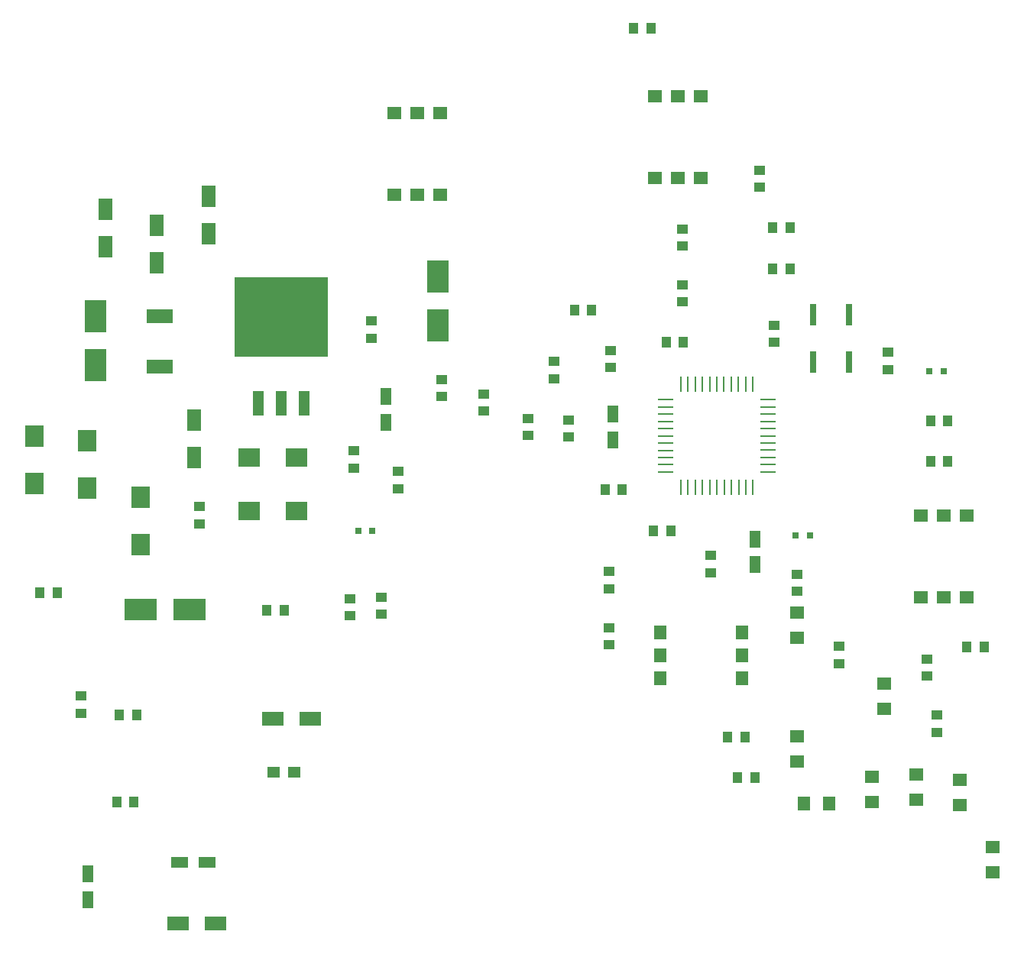
<source format=gbr>
G04 DipTrace 2.4.0.2*
%INTopPaste.gbr*%
%MOMM*%
%ADD72R,0.1X1.45*%
%ADD80R,10.4X8.8*%
%ADD82R,1.25X2.8*%
%ADD86R,0.2X1.7*%
%ADD88R,1.7X0.2*%
%ADD90R,0.8X2.45*%
%ADD92R,1.4X1.6*%
%ADD94R,1.6X1.4*%
%ADD96R,3.0X1.6*%
%ADD98R,1.324X1.222*%
%ADD100R,1.32X1.58*%
%ADD102R,1.58X1.32*%
%ADD108R,1.1X1.3*%
%ADD110R,1.3X1.1*%
%ADD118R,0.7X0.7*%
%ADD120R,1.65X2.35*%
%ADD122R,2.35X1.65*%
%ADD124R,1.95X1.15*%
%ADD126R,3.55X2.35*%
%ADD128R,2.35X3.55*%
%ADD133R,1.15X1.95*%
%ADD135R,2.15X2.45*%
%ADD137R,2.45X2.15*%
%FSLAX53Y53*%
G04*
G71*
G90*
G75*
G01*
%LNTopPaste*%
%LPD*%
D137*
X44272Y62629D3*
X39033D3*
X44272Y68529D3*
X39033D3*
D135*
X26991Y64110D3*
Y58872D3*
X21091Y70410D3*
Y65172D3*
D133*
X95091Y59499D3*
Y56642D3*
D135*
X15191Y65648D3*
Y70887D3*
D133*
X54175Y72404D3*
Y75262D3*
D128*
X59891Y83200D3*
Y88598D3*
D133*
X79291Y70459D3*
Y73317D3*
X21152Y19535D3*
Y22392D3*
D126*
X32410Y51650D3*
X27013D3*
D124*
X34329Y23663D3*
X31313D3*
D128*
X22011Y78810D3*
Y84207D3*
D122*
X41633Y39540D3*
X45783D3*
D120*
X23091Y91904D3*
Y96054D3*
X34491Y93304D3*
Y97454D3*
X28791Y94254D3*
Y90104D3*
X32891Y68504D3*
Y72654D3*
D122*
X35282Y16836D3*
X31132D3*
D118*
X101170Y59862D3*
X99583D3*
X115935Y78120D3*
X114348D3*
X51094Y60409D3*
X52681D3*
D110*
X69891Y70979D3*
Y72879D3*
D108*
X17741Y53529D3*
X15841D3*
D110*
X50191Y50979D3*
Y52879D3*
D102*
X113395Y53035D3*
X115935D3*
X118475D3*
Y62083D3*
X115935D3*
X113395D3*
D100*
X84587Y49110D3*
Y46570D3*
Y44030D3*
X93636D3*
Y46570D3*
Y49110D3*
D102*
X84009Y99525D3*
X86549D3*
X89089D3*
Y108574D3*
X86549D3*
X84009D3*
X55128Y97648D3*
X57668D3*
X60208D3*
Y106697D3*
X57668D3*
X55128D3*
D110*
X109791Y78279D3*
Y80179D3*
D108*
X87141Y81329D3*
X85241D3*
D98*
X44014Y33665D3*
X41728D3*
D108*
X85741Y60429D3*
X83841D3*
D110*
X53699Y53035D3*
Y51135D3*
X78891Y55879D3*
Y53979D3*
X72791Y79179D3*
Y77279D3*
X52588Y81771D3*
Y83671D3*
X60391Y77179D3*
Y75279D3*
D108*
X114541Y68129D3*
X116441D3*
X92041Y37529D3*
X93941D3*
X78441Y64929D3*
X80341D3*
X116441Y72629D3*
X114541D3*
D110*
X50591Y69279D3*
Y67379D3*
X79091Y80379D3*
Y78479D3*
X95591Y98479D3*
Y100379D3*
D108*
X83541Y116129D3*
X81641D3*
D110*
X86991Y85779D3*
Y87679D3*
D108*
X98941Y94029D3*
X97041D3*
X98941Y89429D3*
X97041D3*
D110*
X55491Y66979D3*
Y65079D3*
X64991Y75579D3*
Y73679D3*
D108*
X76941Y84829D3*
X75041D3*
X24327Y30331D3*
X26227D3*
X40998Y51606D3*
X42898D3*
X24645Y40016D3*
X26545D3*
D96*
X29091Y78629D3*
Y84229D3*
D94*
X99691Y48529D3*
Y51329D3*
D92*
X100491Y30129D3*
X103291D3*
D94*
X99691Y34829D3*
Y37629D3*
X107991Y30329D3*
Y33129D3*
X112891Y30629D3*
Y33429D3*
D110*
X86991Y91979D3*
Y93879D3*
X20358Y42080D3*
Y40180D3*
D94*
X121391Y22529D3*
Y25329D3*
X117791Y30029D3*
Y32829D3*
X109391Y40629D3*
Y43429D3*
D110*
X90191Y55779D3*
Y57679D3*
X99741Y53670D3*
Y55570D3*
D108*
X118541Y47529D3*
X120441D3*
D110*
X115191Y39979D3*
Y38079D3*
X78891Y47779D3*
Y49679D3*
X114091Y46179D3*
Y44279D3*
X104391Y47579D3*
Y45679D3*
X97191Y83179D3*
Y81279D3*
D108*
X93141Y33029D3*
X95041D3*
D110*
X74391Y72679D3*
Y70779D3*
X33491Y61179D3*
Y63079D3*
D90*
X101506Y79110D3*
Y84349D3*
X105475Y79110D3*
Y84349D3*
D88*
X85141Y74921D3*
Y74121D3*
Y73321D3*
Y72521D3*
Y71721D3*
Y70921D3*
Y70121D3*
Y69321D3*
Y68521D3*
Y67721D3*
Y66921D3*
D86*
X86849Y65229D3*
X87649D3*
X88449D3*
X89249D3*
X90049D3*
X90849D3*
X91649D3*
X92449D3*
X93249D3*
X94049D3*
X94849D3*
D88*
X96541Y66937D3*
Y67737D3*
Y68537D3*
Y69337D3*
Y70137D3*
Y70937D3*
Y71737D3*
Y72537D3*
Y73337D3*
Y74137D3*
Y74937D3*
D86*
X94833Y76629D3*
X94033D3*
X93233D3*
X92433D3*
X91633D3*
X90833D3*
X90033D3*
X89233D3*
X88433D3*
X87633D3*
X86833D3*
D82*
X40051Y74529D3*
X42591D3*
X45131D3*
D80*
X42591Y84129D3*
D72*
X106568Y67324D3*
X107218D3*
X107868D3*
X108518D3*
Y72874D3*
X107868D3*
X107218D3*
X106568D3*
M02*

</source>
